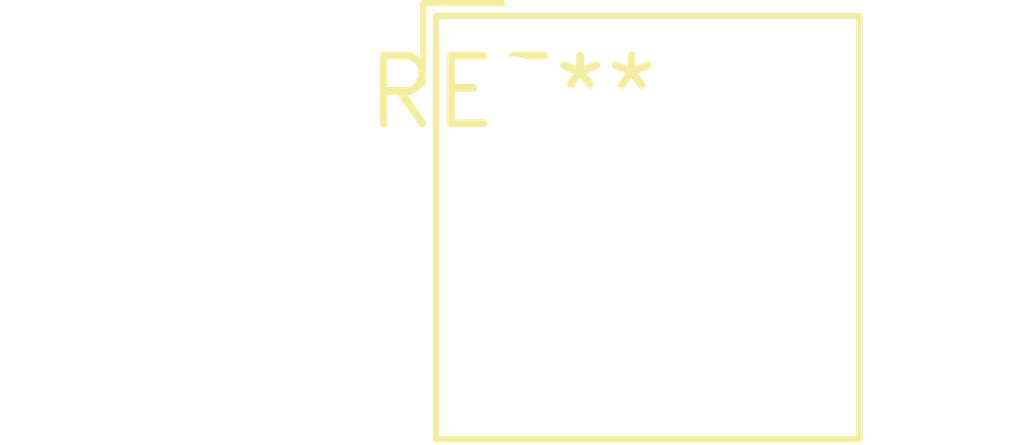
<source format=kicad_pcb>
(kicad_pcb (version 20240108) (generator pcbnew)
  (layers (0 "F.Cu" signal) (31 "B.Cu" signal) (34 "B.Paste" user) (35 "F.Paste" user) (36 "B.SilkS" user "B.Silkscreen") (37 "F.SilkS" user "F.Silkscreen") (38 "B.Mask" user) (39 "F.Mask" user) (44 "Edge.Cuts" user))
  (net 0 "")
  (footprint "LED_BL-FL7680RGB" (layer "F.Cu") (at 0 0)
    (property "Reference" "REF**")
    (property "Value" "LED_BL-FL7680RGB")
    (fp_line (start -1.675 -1.675) (end -0.185 -1.675) (layer "F.SilkS") (stroke (width 0.12)))
    (fp_line (start -1.675 -0.185) (end -1.675 -1.675) (layer "F.SilkS") (stroke (width 0.12)))
    (fp_line (start -1.435 -1.435) (end -1.435 6.515) (layer "F.SilkS") (stroke (width 0.12)))
    (fp_line (start -1.435 6.515) (end 6.515 6.515) (layer "F.SilkS") (stroke (width 0.12)))
    (fp_line (start 6.515 -1.435) (end -1.435 -1.435) (layer "F.SilkS") (stroke (width 0.12)))
    (fp_line (start 6.515 6.515) (end 6.515 -1.435) (layer "F.SilkS") (stroke (width 0.12)))
    (pad "1" thru_hole rect (at 0 0) (size 2.35 2.35) (drill 1.35) (layers *.Cu *.Mask) (remove_unused_layers))
    (pad "2" thru_hole circle (at 0 5.08) (size 2.35 2.35) (drill 1.35) (layers *.Cu *.Mask) (remove_unused_layers))
    (pad "3" thru_hole circle (at 5.08 5.08) (size 2.35 2.35) (drill 1.35) (layers *.Cu *.Mask) (remove_unused_layers))
    (pad "4" thru_hole circle (at 5.08 0) (size 2.35 2.35) (drill 1.35) (layers *.Cu *.Mask) (remove_unused_layers))
  )
)
</source>
